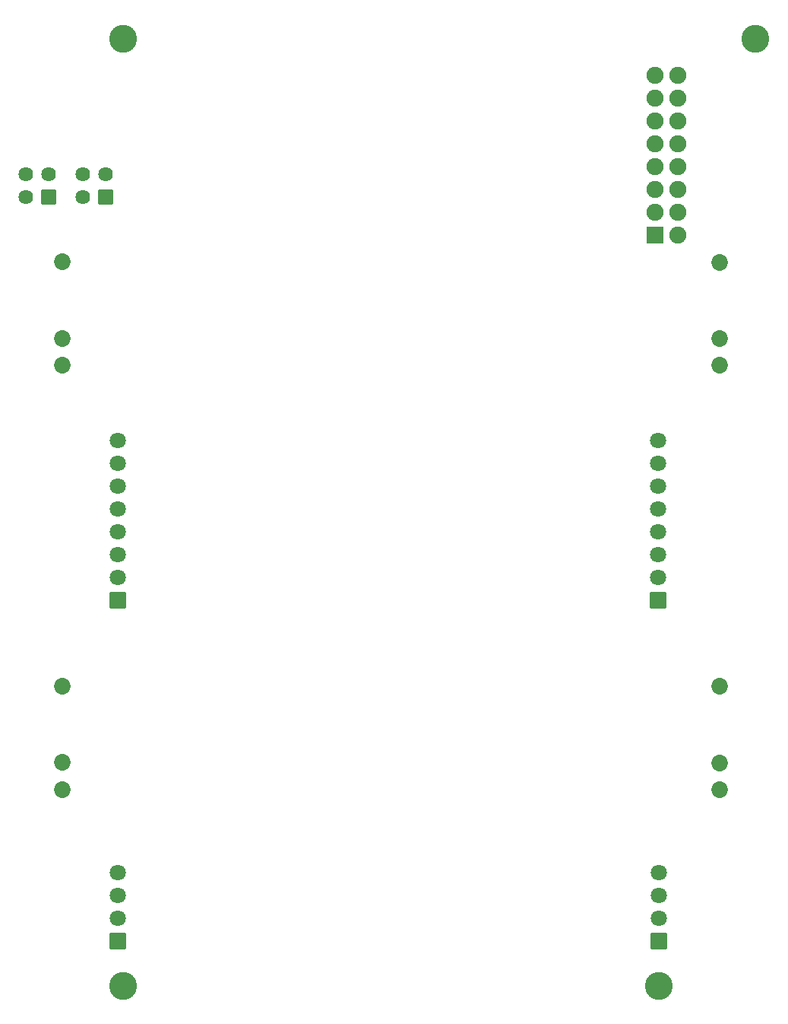
<source format=gts>
G04 Layer: TopSolderMaskLayer*
G04 EasyEDA v6.5.34, 2023-09-22 05:43:39*
G04 5a9e321870784d179380c5b7005af72b,5a6b42c53f6a479593ecc07194224c93,10*
G04 Gerber Generator version 0.2*
G04 Scale: 100 percent, Rotated: No, Reflected: No *
G04 Dimensions in millimeters *
G04 leading zeros omitted , absolute positions ,4 integer and 5 decimal *
%FSLAX45Y45*%
%MOMM*%

%AMMACRO1*1,1,$1,$2,$3*1,1,$1,$4,$5*1,1,$1,0-$2,0-$3*1,1,$1,0-$4,0-$5*20,1,$1,$2,$3,$4,$5,0*20,1,$1,$4,$5,0-$2,0-$3,0*20,1,$1,0-$2,0-$3,0-$4,0-$5,0*20,1,$1,0-$4,0-$5,$2,$3,0*4,1,4,$2,$3,$4,$5,0-$2,0-$3,0-$4,0-$5,$2,$3,0*%
%ADD10MACRO1,0.1016X0.762X0.762X-0.762X0.762*%
%ADD11C,1.6256*%
%ADD12MACRO1,0.1016X0.85X-0.85X0.85X0.85*%
%ADD13C,1.8016*%
%ADD14MACRO1,0.1016X0.85X0.85X0.85X-0.85*%
%ADD15MACRO1,0.1016X0.9X-0.9X0.9X0.9*%
%ADD16C,1.9016*%
%ADD17C,1.8532*%
%ADD18C,3.1016*%

%LPD*%
D10*
G01*
X-6531513Y4728971D03*
D11*
G01*
X-6531508Y4982971D03*
G01*
X-6785508Y4728971D03*
G01*
X-6785508Y4982971D03*
D10*
G01*
X-5896513Y4728971D03*
D11*
G01*
X-5896508Y4982971D03*
G01*
X-6150508Y4728971D03*
G01*
X-6150508Y4982971D03*
D12*
G01*
X266473Y-3551430D03*
D13*
G01*
X266471Y-3297428D03*
G01*
X266471Y-3043428D03*
G01*
X266471Y-2789428D03*
D14*
G01*
X259336Y245859D03*
D13*
G01*
X259334Y499846D03*
G01*
X259334Y753846D03*
G01*
X259334Y1007846D03*
G01*
X259334Y1261846D03*
G01*
X259334Y1515846D03*
G01*
X259334Y1769846D03*
G01*
X259334Y2023846D03*
D14*
G01*
X-5766061Y245859D03*
D13*
G01*
X-5766053Y499846D03*
G01*
X-5766053Y753846D03*
G01*
X-5766053Y1007846D03*
G01*
X-5766053Y1261846D03*
G01*
X-5766053Y1515846D03*
G01*
X-5766053Y1769846D03*
G01*
X-5766053Y2023846D03*
D12*
G01*
X-5766061Y-3551427D03*
D13*
G01*
X-5766053Y-3297428D03*
G01*
X-5766053Y-3043428D03*
G01*
X-5766053Y-2789428D03*
D15*
G01*
X224840Y4309872D03*
D16*
G01*
X478840Y4309871D03*
G01*
X224840Y4563871D03*
G01*
X478840Y4563871D03*
G01*
X224840Y4817871D03*
G01*
X478840Y4817871D03*
G01*
X224840Y5071871D03*
G01*
X478840Y5071871D03*
G01*
X224840Y5325871D03*
G01*
X478840Y5325871D03*
G01*
X224840Y5579871D03*
G01*
X478840Y5579871D03*
G01*
X224840Y5833871D03*
G01*
X478840Y5833871D03*
G01*
X224840Y6087871D03*
G01*
X478840Y6087871D03*
D17*
G01*
X939596Y4005706D03*
G01*
X939596Y3155721D03*
G01*
X939596Y2855696D03*
G01*
X-6379159Y4007967D03*
G01*
X-6379159Y3157981D03*
G01*
X-6379159Y2857957D03*
G01*
X-6379159Y-714629D03*
G01*
X-6379159Y-1564614D03*
G01*
X-6379159Y-1864639D03*
G01*
X939596Y-716889D03*
G01*
X939596Y-1566875D03*
G01*
X939596Y-1866900D03*
D18*
G01*
X-5706008Y6494271D03*
G01*
X1342440Y6494271D03*
G01*
X-5706059Y-4046728D03*
G01*
X262940Y-4046728D03*
M02*

</source>
